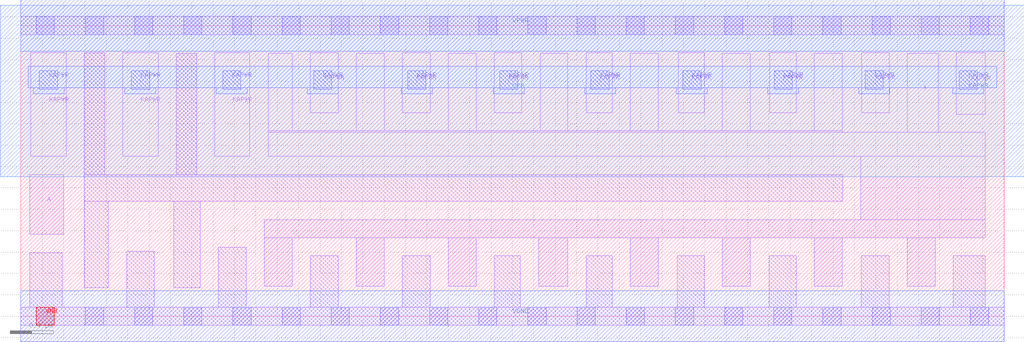
<source format=lef>
# Copyright 2020 The SkyWater PDK Authors
#
# Licensed under the Apache License, Version 2.0 (the "License");
# you may not use this file except in compliance with the License.
# You may obtain a copy of the License at
#
#     https://www.apache.org/licenses/LICENSE-2.0
#
# Unless required by applicable law or agreed to in writing, software
# distributed under the License is distributed on an "AS IS" BASIS,
# WITHOUT WARRANTIES OR CONDITIONS OF ANY KIND, either express or implied.
# See the License for the specific language governing permissions and
# limitations under the License.
#
# SPDX-License-Identifier: Apache-2.0

VERSION 5.7 ;
  NOWIREEXTENSIONATPIN ON ;
  DIVIDERCHAR "/" ;
  BUSBITCHARS "[]" ;
MACRO sky130_fd_sc_hd__lpflow_clkbufkapwr_16
  CLASS CORE ;
  FOREIGN sky130_fd_sc_hd__lpflow_clkbufkapwr_16 ;
  ORIGIN  0.000000  0.000000 ;
  SIZE  9.200000 BY  2.720000 ;
  SYMMETRY X Y R90 ;
  SITE unithd ;
  PIN A
    ANTENNAGATEAREA  0.852000 ;
    DIRECTION INPUT ;
    USE SIGNAL ;
    PORT
      LAYER li1 ;
        RECT 0.085000 0.765000 0.400000 1.325000 ;
    END
  END A
  PIN X
    ANTENNADIFFAREA  3.180800 ;
    DIRECTION OUTPUT ;
    USE SIGNAL ;
    PORT
      LAYER li1 ;
        RECT 2.280000 0.280000 2.540000 0.735000 ;
        RECT 2.280000 0.735000 9.025000 0.905000 ;
        RECT 2.315000 1.495000 9.025000 1.720000 ;
        RECT 2.315000 1.720000 7.685000 1.735000 ;
        RECT 2.315000 1.735000 2.540000 2.460000 ;
        RECT 3.140000 0.280000 3.400000 0.735000 ;
        RECT 3.140000 1.735000 3.400000 2.460000 ;
        RECT 4.000000 0.280000 4.260000 0.735000 ;
        RECT 4.000000 1.735000 4.260000 2.460000 ;
        RECT 4.845000 0.280000 5.120000 0.735000 ;
        RECT 4.860000 1.735000 5.120000 2.460000 ;
        RECT 5.705000 0.280000 5.965000 0.735000 ;
        RECT 5.705000 1.735000 5.965000 2.460000 ;
        RECT 6.565000 0.280000 6.825000 0.735000 ;
        RECT 6.565000 1.735000 6.825000 2.460000 ;
        RECT 7.425000 0.280000 7.685000 0.735000 ;
        RECT 7.425000 1.735000 7.685000 2.460000 ;
        RECT 7.860000 0.905000 9.025000 1.495000 ;
        RECT 8.295000 0.280000 8.555000 0.735000 ;
        RECT 8.295000 1.720000 8.585000 2.460000 ;
    END
  END X
  PIN KAPWR
    DIRECTION INOUT ;
    SHAPE ABUTMENT ;
    USE POWER ;
    PORT
      LAYER li1 ;
        RECT 0.095000 1.495000 0.425000 2.465000 ;
      LAYER mcon ;
        RECT 0.175000 2.125000 0.345000 2.295000 ;
    END
    PORT
      LAYER li1 ;
        RECT 0.955000 1.495000 1.285000 2.465000 ;
      LAYER mcon ;
        RECT 1.035000 2.125000 1.205000 2.295000 ;
    END
    PORT
      LAYER li1 ;
        RECT 1.815000 1.495000 2.145000 2.465000 ;
      LAYER mcon ;
        RECT 1.890000 2.125000 2.060000 2.295000 ;
    END
    PORT
      LAYER li1 ;
        RECT 2.710000 1.905000 2.970000 2.465000 ;
      LAYER mcon ;
        RECT 2.740000 2.125000 2.910000 2.295000 ;
    END
    PORT
      LAYER li1 ;
        RECT 3.570000 1.905000 3.830000 2.465000 ;
      LAYER mcon ;
        RECT 3.620000 2.125000 3.790000 2.295000 ;
    END
    PORT
      LAYER li1 ;
        RECT 4.430000 1.905000 4.690000 2.465000 ;
      LAYER mcon ;
        RECT 4.480000 2.125000 4.650000 2.295000 ;
    END
    PORT
      LAYER li1 ;
        RECT 5.290000 1.905000 5.535000 2.465000 ;
      LAYER mcon ;
        RECT 5.335000 2.125000 5.505000 2.295000 ;
    END
    PORT
      LAYER li1 ;
        RECT 6.150000 1.905000 6.395000 2.465000 ;
      LAYER mcon ;
        RECT 6.195000 2.125000 6.365000 2.295000 ;
    END
    PORT
      LAYER li1 ;
        RECT 7.010000 1.905000 7.255000 2.465000 ;
      LAYER mcon ;
        RECT 7.050000 2.125000 7.220000 2.295000 ;
    END
    PORT
      LAYER li1 ;
        RECT 7.870000 1.905000 8.125000 2.465000 ;
      LAYER mcon ;
        RECT 7.900000 2.125000 8.070000 2.295000 ;
    END
    PORT
      LAYER li1 ;
        RECT 8.755000 1.890000 9.025000 2.465000 ;
      LAYER mcon ;
        RECT 8.780000 2.125000 8.950000 2.295000 ;
    END
    PORT
      LAYER met1 ;
        RECT 0.070000 2.140000 9.130000 2.340000 ;
        RECT 0.115000 2.080000 0.405000 2.140000 ;
        RECT 0.975000 2.080000 1.265000 2.140000 ;
        RECT 1.830000 2.080000 2.120000 2.140000 ;
        RECT 2.680000 2.080000 2.970000 2.140000 ;
        RECT 3.560000 2.080000 3.850000 2.140000 ;
        RECT 4.420000 2.080000 4.710000 2.140000 ;
        RECT 5.275000 2.080000 5.565000 2.140000 ;
        RECT 6.135000 2.080000 6.425000 2.140000 ;
        RECT 6.990000 2.080000 7.280000 2.140000 ;
        RECT 7.840000 2.080000 8.130000 2.140000 ;
        RECT 8.720000 2.080000 9.010000 2.140000 ;
    END
  END KAPWR
  PIN VGND
    DIRECTION INOUT ;
    SHAPE ABUTMENT ;
    USE GROUND ;
    PORT
      LAYER met1 ;
        RECT 0.000000 -0.240000 9.200000 0.240000 ;
    END
  END VGND
  PIN VNB
    DIRECTION INOUT ;
    USE GROUND ;
    PORT
      LAYER pwell ;
        RECT 0.145000 -0.085000 0.315000 0.085000 ;
    END
  END VNB
  PIN VPB
    DIRECTION INOUT ;
    USE POWER ;
    PORT
      LAYER nwell ;
        RECT -0.190000 1.305000 9.390000 2.910000 ;
    END
  END VPB
  PIN VPWR
    DIRECTION INOUT ;
    SHAPE ABUTMENT ;
    USE POWER ;
    PORT
      LAYER met1 ;
        RECT 0.000000 2.480000 9.200000 2.960000 ;
    END
  END VPWR
  OBS
    LAYER li1 ;
      RECT 0.000000 -0.085000 9.200000 0.085000 ;
      RECT 0.000000  2.635000 9.200000 2.805000 ;
      RECT 0.085000  0.085000 0.390000 0.595000 ;
      RECT 0.595000  0.265000 0.820000 1.075000 ;
      RECT 0.595000  1.075000 7.690000 1.325000 ;
      RECT 0.595000  1.325000 0.785000 2.465000 ;
      RECT 0.990000  0.085000 1.250000 0.610000 ;
      RECT 1.430000  0.265000 1.680000 1.075000 ;
      RECT 1.455000  1.325000 1.645000 2.460000 ;
      RECT 1.850000  0.085000 2.110000 0.645000 ;
      RECT 2.710000  0.085000 2.970000 0.565000 ;
      RECT 3.570000  0.085000 3.830000 0.565000 ;
      RECT 4.430000  0.085000 4.675000 0.565000 ;
      RECT 5.290000  0.085000 5.535000 0.565000 ;
      RECT 6.145000  0.085000 6.395000 0.565000 ;
      RECT 7.005000  0.085000 7.255000 0.565000 ;
      RECT 7.865000  0.085000 8.125000 0.565000 ;
      RECT 8.725000  0.085000 9.025000 0.565000 ;
    LAYER mcon ;
      RECT 0.145000 -0.085000 0.315000 0.085000 ;
      RECT 0.145000  2.635000 0.315000 2.805000 ;
      RECT 0.605000 -0.085000 0.775000 0.085000 ;
      RECT 0.605000  2.635000 0.775000 2.805000 ;
      RECT 1.065000 -0.085000 1.235000 0.085000 ;
      RECT 1.065000  2.635000 1.235000 2.805000 ;
      RECT 1.525000 -0.085000 1.695000 0.085000 ;
      RECT 1.525000  2.635000 1.695000 2.805000 ;
      RECT 1.985000 -0.085000 2.155000 0.085000 ;
      RECT 1.985000  2.635000 2.155000 2.805000 ;
      RECT 2.445000 -0.085000 2.615000 0.085000 ;
      RECT 2.445000  2.635000 2.615000 2.805000 ;
      RECT 2.905000 -0.085000 3.075000 0.085000 ;
      RECT 2.905000  2.635000 3.075000 2.805000 ;
      RECT 3.365000 -0.085000 3.535000 0.085000 ;
      RECT 3.365000  2.635000 3.535000 2.805000 ;
      RECT 3.825000 -0.085000 3.995000 0.085000 ;
      RECT 3.825000  2.635000 3.995000 2.805000 ;
      RECT 4.285000 -0.085000 4.455000 0.085000 ;
      RECT 4.285000  2.635000 4.455000 2.805000 ;
      RECT 4.745000 -0.085000 4.915000 0.085000 ;
      RECT 4.745000  2.635000 4.915000 2.805000 ;
      RECT 5.205000 -0.085000 5.375000 0.085000 ;
      RECT 5.205000  2.635000 5.375000 2.805000 ;
      RECT 5.665000 -0.085000 5.835000 0.085000 ;
      RECT 5.665000  2.635000 5.835000 2.805000 ;
      RECT 6.125000 -0.085000 6.295000 0.085000 ;
      RECT 6.125000  2.635000 6.295000 2.805000 ;
      RECT 6.585000 -0.085000 6.755000 0.085000 ;
      RECT 6.585000  2.635000 6.755000 2.805000 ;
      RECT 7.045000 -0.085000 7.215000 0.085000 ;
      RECT 7.045000  2.635000 7.215000 2.805000 ;
      RECT 7.505000 -0.085000 7.675000 0.085000 ;
      RECT 7.505000  2.635000 7.675000 2.805000 ;
      RECT 7.965000 -0.085000 8.135000 0.085000 ;
      RECT 7.965000  2.635000 8.135000 2.805000 ;
      RECT 8.425000 -0.085000 8.595000 0.085000 ;
      RECT 8.425000  2.635000 8.595000 2.805000 ;
      RECT 8.885000 -0.085000 9.055000 0.085000 ;
      RECT 8.885000  2.635000 9.055000 2.805000 ;
  END
END sky130_fd_sc_hd__lpflow_clkbufkapwr_16
END LIBRARY

</source>
